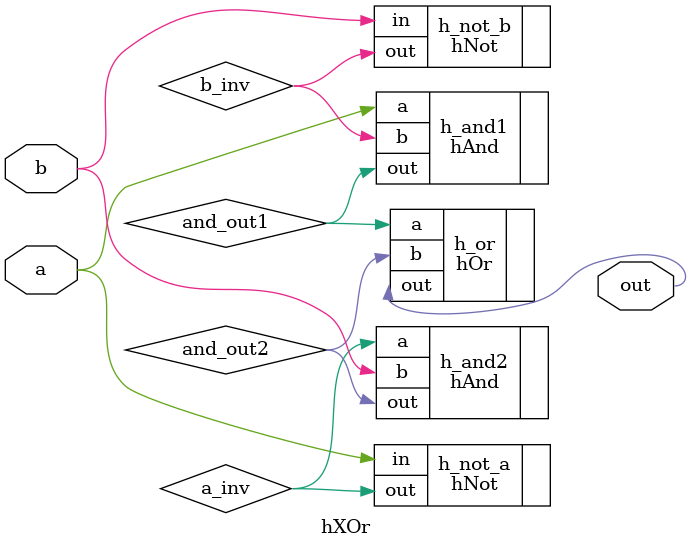
<source format=v>

`ifndef _h_xor_
`define _h_xor_

`timescale 1ns / 1ps
`include "hNot.v"
`include "hAnd.v"
`include "hOr.v"
module hXOr(
    input a,
    input b,
    output out
    );

	wire a_inv;
	wire b_inv;
	wire and_out1;
	wire and_out2;
	
	hNot h_not_a(.in(a), .out(a_inv));
	hNot h_not_b(.in(b), .out(b_inv));
	
	hAnd h_and1(.a(a), .b(b_inv), .out(and_out1));
	hAnd h_and2(.a(a_inv), .b(b), .out(and_out2));
	
	hOr h_or(.a(and_out1), .b(and_out2), .out(out));

endmodule

`endif
</source>
